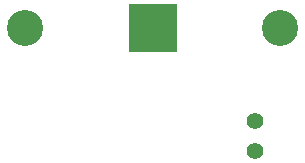
<source format=gbs>
G04 (created by PCBNEW (2013-07-07 BZR 4022)-stable) date 1/23/2014 9:04:30 AM*
%MOIN*%
G04 Gerber Fmt 3.4, Leading zero omitted, Abs format*
%FSLAX34Y34*%
G01*
G70*
G90*
G04 APERTURE LIST*
%ADD10C,0.00590551*%
%ADD11C,0.055*%
%ADD12R,0.16X0.16*%
%ADD13C,0.12*%
G04 APERTURE END LIST*
G54D10*
G54D11*
X61400Y-59900D03*
X61400Y-60900D03*
G54D12*
X58000Y-56800D03*
G54D13*
X53750Y-56800D03*
X62250Y-56800D03*
M02*

</source>
